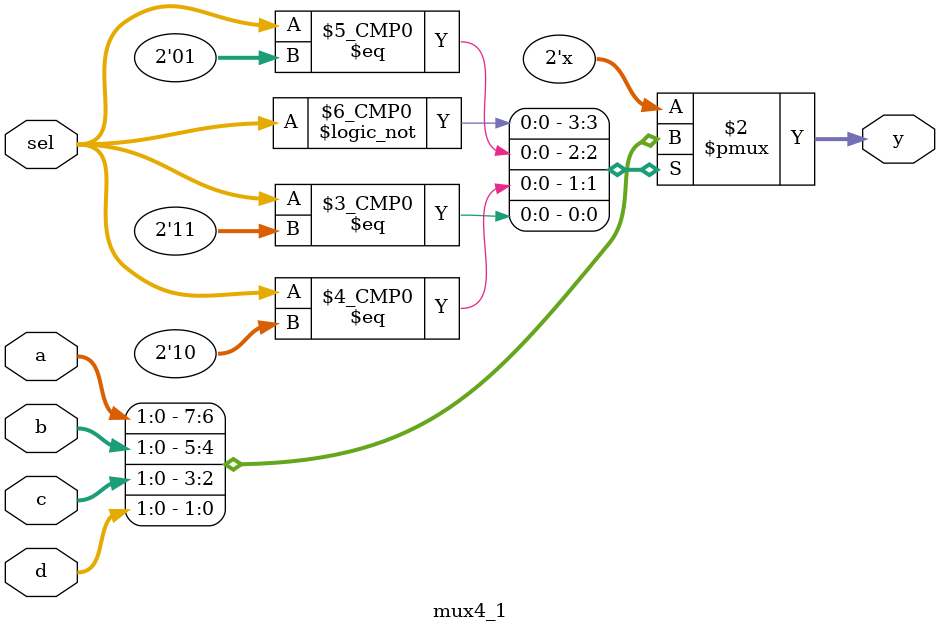
<source format=sv>
module mux4_1
  #(parameter N=2)
  (
    input logic [N-1:0] a,b,c,d,
    input logic [1:0] sel,
    output logic [N-1:0] y
  );
  always_comb begin
    case(sel)
      2'b00: y=a;
      2'b01: y=b;
      2'b10: y=c;
      2'b11: y=d;
    endcase
  end
endmodule

</source>
